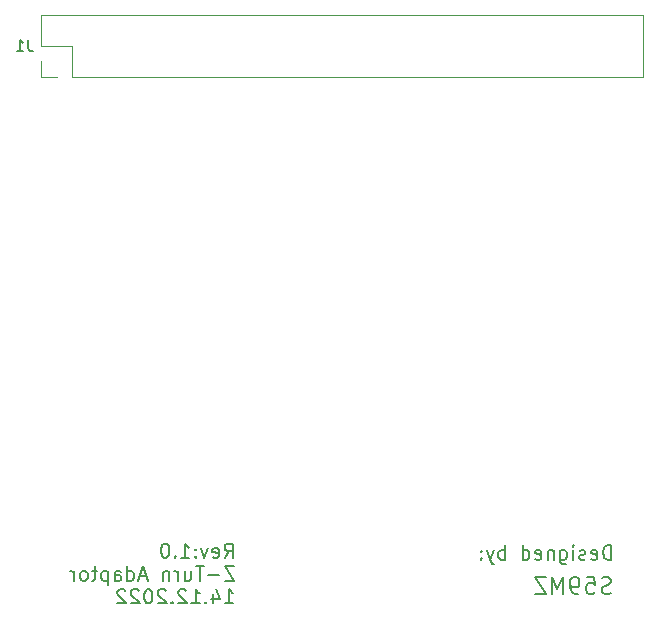
<source format=gbo>
G04 #@! TF.GenerationSoftware,KiCad,Pcbnew,6.0.9-8da3e8f707~116~ubuntu20.04.1*
G04 #@! TF.CreationDate,2022-12-14T15:49:57+01:00*
G04 #@! TF.ProjectId,z_adaptor,7a5f6164-6170-4746-9f72-2e6b69636164,rev?*
G04 #@! TF.SameCoordinates,Original*
G04 #@! TF.FileFunction,Legend,Bot*
G04 #@! TF.FilePolarity,Positive*
%FSLAX46Y46*%
G04 Gerber Fmt 4.6, Leading zero omitted, Abs format (unit mm)*
G04 Created by KiCad (PCBNEW 6.0.9-8da3e8f707~116~ubuntu20.04.1) date 2022-12-14 15:49:57*
%MOMM*%
%LPD*%
G01*
G04 APERTURE LIST*
%ADD10C,0.150000*%
%ADD11C,0.120000*%
%ADD12R,1.700000X1.700000*%
%ADD13O,1.700000X1.700000*%
%ADD14C,2.500000*%
G04 APERTURE END LIST*
D10*
X128471071Y-87764857D02*
X128871071Y-87193428D01*
X129156785Y-87764857D02*
X129156785Y-86564857D01*
X128699642Y-86564857D01*
X128585357Y-86622000D01*
X128528214Y-86679142D01*
X128471071Y-86793428D01*
X128471071Y-86964857D01*
X128528214Y-87079142D01*
X128585357Y-87136285D01*
X128699642Y-87193428D01*
X129156785Y-87193428D01*
X127499642Y-87707714D02*
X127613928Y-87764857D01*
X127842500Y-87764857D01*
X127956785Y-87707714D01*
X128013928Y-87593428D01*
X128013928Y-87136285D01*
X127956785Y-87022000D01*
X127842500Y-86964857D01*
X127613928Y-86964857D01*
X127499642Y-87022000D01*
X127442500Y-87136285D01*
X127442500Y-87250571D01*
X128013928Y-87364857D01*
X127042500Y-86964857D02*
X126756785Y-87764857D01*
X126471071Y-86964857D01*
X126013928Y-87650571D02*
X125956785Y-87707714D01*
X126013928Y-87764857D01*
X126071071Y-87707714D01*
X126013928Y-87650571D01*
X126013928Y-87764857D01*
X126013928Y-87022000D02*
X125956785Y-87079142D01*
X126013928Y-87136285D01*
X126071071Y-87079142D01*
X126013928Y-87022000D01*
X126013928Y-87136285D01*
X124813928Y-87764857D02*
X125499642Y-87764857D01*
X125156785Y-87764857D02*
X125156785Y-86564857D01*
X125271071Y-86736285D01*
X125385357Y-86850571D01*
X125499642Y-86907714D01*
X124299642Y-87650571D02*
X124242500Y-87707714D01*
X124299642Y-87764857D01*
X124356785Y-87707714D01*
X124299642Y-87650571D01*
X124299642Y-87764857D01*
X123499642Y-86564857D02*
X123385357Y-86564857D01*
X123271071Y-86622000D01*
X123213928Y-86679142D01*
X123156785Y-86793428D01*
X123099642Y-87022000D01*
X123099642Y-87307714D01*
X123156785Y-87536285D01*
X123213928Y-87650571D01*
X123271071Y-87707714D01*
X123385357Y-87764857D01*
X123499642Y-87764857D01*
X123613928Y-87707714D01*
X123671071Y-87650571D01*
X123728214Y-87536285D01*
X123785357Y-87307714D01*
X123785357Y-87022000D01*
X123728214Y-86793428D01*
X123671071Y-86679142D01*
X123613928Y-86622000D01*
X123499642Y-86564857D01*
X129271071Y-88496857D02*
X128471071Y-88496857D01*
X129271071Y-89696857D01*
X128471071Y-89696857D01*
X128013928Y-89239714D02*
X127099642Y-89239714D01*
X126699642Y-88496857D02*
X126013928Y-88496857D01*
X126356785Y-89696857D02*
X126356785Y-88496857D01*
X125099642Y-88896857D02*
X125099642Y-89696857D01*
X125613928Y-88896857D02*
X125613928Y-89525428D01*
X125556785Y-89639714D01*
X125442500Y-89696857D01*
X125271071Y-89696857D01*
X125156785Y-89639714D01*
X125099642Y-89582571D01*
X124528214Y-89696857D02*
X124528214Y-88896857D01*
X124528214Y-89125428D02*
X124471071Y-89011142D01*
X124413928Y-88954000D01*
X124299642Y-88896857D01*
X124185357Y-88896857D01*
X123785357Y-88896857D02*
X123785357Y-89696857D01*
X123785357Y-89011142D02*
X123728214Y-88954000D01*
X123613928Y-88896857D01*
X123442500Y-88896857D01*
X123328214Y-88954000D01*
X123271071Y-89068285D01*
X123271071Y-89696857D01*
X121842500Y-89354000D02*
X121271071Y-89354000D01*
X121956785Y-89696857D02*
X121556785Y-88496857D01*
X121156785Y-89696857D01*
X120242500Y-89696857D02*
X120242500Y-88496857D01*
X120242500Y-89639714D02*
X120356785Y-89696857D01*
X120585357Y-89696857D01*
X120699642Y-89639714D01*
X120756785Y-89582571D01*
X120813928Y-89468285D01*
X120813928Y-89125428D01*
X120756785Y-89011142D01*
X120699642Y-88954000D01*
X120585357Y-88896857D01*
X120356785Y-88896857D01*
X120242500Y-88954000D01*
X119156785Y-89696857D02*
X119156785Y-89068285D01*
X119213928Y-88954000D01*
X119328214Y-88896857D01*
X119556785Y-88896857D01*
X119671071Y-88954000D01*
X119156785Y-89639714D02*
X119271071Y-89696857D01*
X119556785Y-89696857D01*
X119671071Y-89639714D01*
X119728214Y-89525428D01*
X119728214Y-89411142D01*
X119671071Y-89296857D01*
X119556785Y-89239714D01*
X119271071Y-89239714D01*
X119156785Y-89182571D01*
X118585357Y-88896857D02*
X118585357Y-90096857D01*
X118585357Y-88954000D02*
X118471071Y-88896857D01*
X118242500Y-88896857D01*
X118128214Y-88954000D01*
X118071071Y-89011142D01*
X118013928Y-89125428D01*
X118013928Y-89468285D01*
X118071071Y-89582571D01*
X118128214Y-89639714D01*
X118242500Y-89696857D01*
X118471071Y-89696857D01*
X118585357Y-89639714D01*
X117671071Y-88896857D02*
X117213928Y-88896857D01*
X117499642Y-88496857D02*
X117499642Y-89525428D01*
X117442500Y-89639714D01*
X117328214Y-89696857D01*
X117213928Y-89696857D01*
X116642500Y-89696857D02*
X116756785Y-89639714D01*
X116813928Y-89582571D01*
X116871071Y-89468285D01*
X116871071Y-89125428D01*
X116813928Y-89011142D01*
X116756785Y-88954000D01*
X116642500Y-88896857D01*
X116471071Y-88896857D01*
X116356785Y-88954000D01*
X116299642Y-89011142D01*
X116242500Y-89125428D01*
X116242500Y-89468285D01*
X116299642Y-89582571D01*
X116356785Y-89639714D01*
X116471071Y-89696857D01*
X116642500Y-89696857D01*
X115728214Y-89696857D02*
X115728214Y-88896857D01*
X115728214Y-89125428D02*
X115671071Y-89011142D01*
X115613928Y-88954000D01*
X115499642Y-88896857D01*
X115385357Y-88896857D01*
X128528214Y-91628857D02*
X129213928Y-91628857D01*
X128871071Y-91628857D02*
X128871071Y-90428857D01*
X128985357Y-90600285D01*
X129099642Y-90714571D01*
X129213928Y-90771714D01*
X127499642Y-90828857D02*
X127499642Y-91628857D01*
X127785357Y-90371714D02*
X128071071Y-91228857D01*
X127328214Y-91228857D01*
X126871071Y-91514571D02*
X126813928Y-91571714D01*
X126871071Y-91628857D01*
X126928214Y-91571714D01*
X126871071Y-91514571D01*
X126871071Y-91628857D01*
X125671071Y-91628857D02*
X126356785Y-91628857D01*
X126013928Y-91628857D02*
X126013928Y-90428857D01*
X126128214Y-90600285D01*
X126242500Y-90714571D01*
X126356785Y-90771714D01*
X125213928Y-90543142D02*
X125156785Y-90486000D01*
X125042500Y-90428857D01*
X124756785Y-90428857D01*
X124642500Y-90486000D01*
X124585357Y-90543142D01*
X124528214Y-90657428D01*
X124528214Y-90771714D01*
X124585357Y-90943142D01*
X125271071Y-91628857D01*
X124528214Y-91628857D01*
X124013928Y-91514571D02*
X123956785Y-91571714D01*
X124013928Y-91628857D01*
X124071071Y-91571714D01*
X124013928Y-91514571D01*
X124013928Y-91628857D01*
X123499642Y-90543142D02*
X123442500Y-90486000D01*
X123328214Y-90428857D01*
X123042500Y-90428857D01*
X122928214Y-90486000D01*
X122871071Y-90543142D01*
X122813928Y-90657428D01*
X122813928Y-90771714D01*
X122871071Y-90943142D01*
X123556785Y-91628857D01*
X122813928Y-91628857D01*
X122071071Y-90428857D02*
X121956785Y-90428857D01*
X121842500Y-90486000D01*
X121785357Y-90543142D01*
X121728214Y-90657428D01*
X121671071Y-90886000D01*
X121671071Y-91171714D01*
X121728214Y-91400285D01*
X121785357Y-91514571D01*
X121842500Y-91571714D01*
X121956785Y-91628857D01*
X122071071Y-91628857D01*
X122185357Y-91571714D01*
X122242500Y-91514571D01*
X122299642Y-91400285D01*
X122356785Y-91171714D01*
X122356785Y-90886000D01*
X122299642Y-90657428D01*
X122242500Y-90543142D01*
X122185357Y-90486000D01*
X122071071Y-90428857D01*
X121213928Y-90543142D02*
X121156785Y-90486000D01*
X121042500Y-90428857D01*
X120756785Y-90428857D01*
X120642500Y-90486000D01*
X120585357Y-90543142D01*
X120528214Y-90657428D01*
X120528214Y-90771714D01*
X120585357Y-90943142D01*
X121271071Y-91628857D01*
X120528214Y-91628857D01*
X120071071Y-90543142D02*
X120013928Y-90486000D01*
X119899642Y-90428857D01*
X119613928Y-90428857D01*
X119499642Y-90486000D01*
X119442500Y-90543142D01*
X119385357Y-90657428D01*
X119385357Y-90771714D01*
X119442500Y-90943142D01*
X120128214Y-91628857D01*
X119385357Y-91628857D01*
X161188000Y-90736666D02*
X160988000Y-90803333D01*
X160654666Y-90803333D01*
X160521333Y-90736666D01*
X160454666Y-90670000D01*
X160388000Y-90536666D01*
X160388000Y-90403333D01*
X160454666Y-90270000D01*
X160521333Y-90203333D01*
X160654666Y-90136666D01*
X160921333Y-90070000D01*
X161054666Y-90003333D01*
X161121333Y-89936666D01*
X161188000Y-89803333D01*
X161188000Y-89670000D01*
X161121333Y-89536666D01*
X161054666Y-89470000D01*
X160921333Y-89403333D01*
X160588000Y-89403333D01*
X160388000Y-89470000D01*
X159121333Y-89403333D02*
X159788000Y-89403333D01*
X159854666Y-90070000D01*
X159788000Y-90003333D01*
X159654666Y-89936666D01*
X159321333Y-89936666D01*
X159188000Y-90003333D01*
X159121333Y-90070000D01*
X159054666Y-90203333D01*
X159054666Y-90536666D01*
X159121333Y-90670000D01*
X159188000Y-90736666D01*
X159321333Y-90803333D01*
X159654666Y-90803333D01*
X159788000Y-90736666D01*
X159854666Y-90670000D01*
X158388000Y-90803333D02*
X158121333Y-90803333D01*
X157988000Y-90736666D01*
X157921333Y-90670000D01*
X157788000Y-90470000D01*
X157721333Y-90203333D01*
X157721333Y-89670000D01*
X157788000Y-89536666D01*
X157854666Y-89470000D01*
X157988000Y-89403333D01*
X158254666Y-89403333D01*
X158388000Y-89470000D01*
X158454666Y-89536666D01*
X158521333Y-89670000D01*
X158521333Y-90003333D01*
X158454666Y-90136666D01*
X158388000Y-90203333D01*
X158254666Y-90270000D01*
X157988000Y-90270000D01*
X157854666Y-90203333D01*
X157788000Y-90136666D01*
X157721333Y-90003333D01*
X157121333Y-90803333D02*
X157121333Y-89403333D01*
X156654666Y-90403333D01*
X156188000Y-89403333D01*
X156188000Y-90803333D01*
X155654666Y-89403333D02*
X154721333Y-89403333D01*
X155654666Y-90803333D01*
X154721333Y-90803333D01*
X161187714Y-87918857D02*
X161187714Y-86718857D01*
X160902000Y-86718857D01*
X160730571Y-86776000D01*
X160616285Y-86890285D01*
X160559142Y-87004571D01*
X160502000Y-87233142D01*
X160502000Y-87404571D01*
X160559142Y-87633142D01*
X160616285Y-87747428D01*
X160730571Y-87861714D01*
X160902000Y-87918857D01*
X161187714Y-87918857D01*
X159530571Y-87861714D02*
X159644857Y-87918857D01*
X159873428Y-87918857D01*
X159987714Y-87861714D01*
X160044857Y-87747428D01*
X160044857Y-87290285D01*
X159987714Y-87176000D01*
X159873428Y-87118857D01*
X159644857Y-87118857D01*
X159530571Y-87176000D01*
X159473428Y-87290285D01*
X159473428Y-87404571D01*
X160044857Y-87518857D01*
X159016285Y-87861714D02*
X158902000Y-87918857D01*
X158673428Y-87918857D01*
X158559142Y-87861714D01*
X158502000Y-87747428D01*
X158502000Y-87690285D01*
X158559142Y-87576000D01*
X158673428Y-87518857D01*
X158844857Y-87518857D01*
X158959142Y-87461714D01*
X159016285Y-87347428D01*
X159016285Y-87290285D01*
X158959142Y-87176000D01*
X158844857Y-87118857D01*
X158673428Y-87118857D01*
X158559142Y-87176000D01*
X157987714Y-87918857D02*
X157987714Y-87118857D01*
X157987714Y-86718857D02*
X158044857Y-86776000D01*
X157987714Y-86833142D01*
X157930571Y-86776000D01*
X157987714Y-86718857D01*
X157987714Y-86833142D01*
X156902000Y-87118857D02*
X156902000Y-88090285D01*
X156959142Y-88204571D01*
X157016285Y-88261714D01*
X157130571Y-88318857D01*
X157302000Y-88318857D01*
X157416285Y-88261714D01*
X156902000Y-87861714D02*
X157016285Y-87918857D01*
X157244857Y-87918857D01*
X157359142Y-87861714D01*
X157416285Y-87804571D01*
X157473428Y-87690285D01*
X157473428Y-87347428D01*
X157416285Y-87233142D01*
X157359142Y-87176000D01*
X157244857Y-87118857D01*
X157016285Y-87118857D01*
X156902000Y-87176000D01*
X156330571Y-87118857D02*
X156330571Y-87918857D01*
X156330571Y-87233142D02*
X156273428Y-87176000D01*
X156159142Y-87118857D01*
X155987714Y-87118857D01*
X155873428Y-87176000D01*
X155816285Y-87290285D01*
X155816285Y-87918857D01*
X154787714Y-87861714D02*
X154902000Y-87918857D01*
X155130571Y-87918857D01*
X155244857Y-87861714D01*
X155302000Y-87747428D01*
X155302000Y-87290285D01*
X155244857Y-87176000D01*
X155130571Y-87118857D01*
X154902000Y-87118857D01*
X154787714Y-87176000D01*
X154730571Y-87290285D01*
X154730571Y-87404571D01*
X155302000Y-87518857D01*
X153702000Y-87918857D02*
X153702000Y-86718857D01*
X153702000Y-87861714D02*
X153816285Y-87918857D01*
X154044857Y-87918857D01*
X154159142Y-87861714D01*
X154216285Y-87804571D01*
X154273428Y-87690285D01*
X154273428Y-87347428D01*
X154216285Y-87233142D01*
X154159142Y-87176000D01*
X154044857Y-87118857D01*
X153816285Y-87118857D01*
X153702000Y-87176000D01*
X152216285Y-87918857D02*
X152216285Y-86718857D01*
X152216285Y-87176000D02*
X152102000Y-87118857D01*
X151873428Y-87118857D01*
X151759142Y-87176000D01*
X151702000Y-87233142D01*
X151644857Y-87347428D01*
X151644857Y-87690285D01*
X151702000Y-87804571D01*
X151759142Y-87861714D01*
X151873428Y-87918857D01*
X152102000Y-87918857D01*
X152216285Y-87861714D01*
X151244857Y-87118857D02*
X150959142Y-87918857D01*
X150673428Y-87118857D02*
X150959142Y-87918857D01*
X151073428Y-88204571D01*
X151130571Y-88261714D01*
X151244857Y-88318857D01*
X150216285Y-87804571D02*
X150159142Y-87861714D01*
X150216285Y-87918857D01*
X150273428Y-87861714D01*
X150216285Y-87804571D01*
X150216285Y-87918857D01*
X150216285Y-87176000D02*
X150159142Y-87233142D01*
X150216285Y-87290285D01*
X150273428Y-87233142D01*
X150216285Y-87176000D01*
X150216285Y-87290285D01*
X111863333Y-43902380D02*
X111863333Y-44616666D01*
X111910952Y-44759523D01*
X112006190Y-44854761D01*
X112149047Y-44902380D01*
X112244285Y-44902380D01*
X110863333Y-44902380D02*
X111434761Y-44902380D01*
X111149047Y-44902380D02*
X111149047Y-43902380D01*
X111244285Y-44045238D01*
X111339523Y-44140476D01*
X111434761Y-44188095D01*
D11*
X112970000Y-44450000D02*
X115570000Y-44450000D01*
X112970000Y-41850000D02*
X163890000Y-41850000D01*
X115570000Y-47050000D02*
X163890000Y-47050000D01*
X163890000Y-41850000D02*
X163890000Y-47050000D01*
X112970000Y-45720000D02*
X112970000Y-47050000D01*
X112970000Y-47050000D02*
X114300000Y-47050000D01*
X115570000Y-44450000D02*
X115570000Y-47050000D01*
X112970000Y-41850000D02*
X112970000Y-44450000D01*
%LPC*%
D12*
X162560000Y-73660000D03*
D13*
X162560000Y-76200000D03*
X160020000Y-73660000D03*
X160020000Y-76200000D03*
X157480000Y-73660000D03*
X157480000Y-76200000D03*
X154940000Y-73660000D03*
X154940000Y-76200000D03*
X152400000Y-73660000D03*
X152400000Y-76200000D03*
X149860000Y-73660000D03*
X149860000Y-76200000D03*
X147320000Y-73660000D03*
X147320000Y-76200000D03*
X144780000Y-73660000D03*
X144780000Y-76200000D03*
X142240000Y-73660000D03*
X142240000Y-76200000D03*
X139700000Y-73660000D03*
X139700000Y-76200000D03*
X137160000Y-73660000D03*
X137160000Y-76200000D03*
X134620000Y-73660000D03*
X134620000Y-76200000D03*
X132080000Y-73660000D03*
X132080000Y-76200000D03*
X129540000Y-73660000D03*
X129540000Y-76200000D03*
X127000000Y-73660000D03*
X127000000Y-76200000D03*
X124460000Y-73660000D03*
X124460000Y-76200000D03*
X121920000Y-73660000D03*
X121920000Y-76200000D03*
X119380000Y-73660000D03*
X119380000Y-76200000D03*
D14*
X142240000Y-89535000D03*
D12*
X162560000Y-50800000D03*
D13*
X162560000Y-53340000D03*
X160020000Y-50800000D03*
X160020000Y-53340000D03*
X157480000Y-50800000D03*
X157480000Y-53340000D03*
X154940000Y-50800000D03*
X154940000Y-53340000D03*
X152400000Y-50800000D03*
X152400000Y-53340000D03*
X149860000Y-50800000D03*
X149860000Y-53340000D03*
X147320000Y-50800000D03*
X147320000Y-53340000D03*
X144780000Y-50800000D03*
X144780000Y-53340000D03*
X142240000Y-50800000D03*
X142240000Y-53340000D03*
X139700000Y-50800000D03*
X139700000Y-53340000D03*
X137160000Y-50800000D03*
X137160000Y-53340000D03*
X134620000Y-50800000D03*
X134620000Y-53340000D03*
X132080000Y-50800000D03*
X132080000Y-53340000D03*
X129540000Y-50800000D03*
X129540000Y-53340000D03*
X127000000Y-50800000D03*
X127000000Y-53340000D03*
X124460000Y-50800000D03*
X124460000Y-53340000D03*
X121920000Y-50800000D03*
X121920000Y-53340000D03*
X119380000Y-50800000D03*
X119380000Y-53340000D03*
X116840000Y-50800000D03*
X116840000Y-53340000D03*
X114300000Y-50800000D03*
X114300000Y-53340000D03*
D12*
X147320000Y-81280000D03*
D13*
X147320000Y-83820000D03*
X149860000Y-81280000D03*
X149860000Y-83820000D03*
X152400000Y-81280000D03*
X152400000Y-83820000D03*
X154940000Y-81280000D03*
X154940000Y-83820000D03*
X157480000Y-81280000D03*
X157480000Y-83820000D03*
X160020000Y-81280000D03*
X160020000Y-83820000D03*
D12*
X116840000Y-81280000D03*
D13*
X116840000Y-83820000D03*
X119380000Y-81280000D03*
X119380000Y-83820000D03*
X121920000Y-81280000D03*
X121920000Y-83820000D03*
X124460000Y-81280000D03*
X124460000Y-83820000D03*
X127000000Y-81280000D03*
X127000000Y-83820000D03*
X129540000Y-81280000D03*
X129540000Y-83820000D03*
X132080000Y-81280000D03*
X132080000Y-83820000D03*
X134620000Y-81280000D03*
X134620000Y-83820000D03*
X137160000Y-81280000D03*
X137160000Y-83820000D03*
D12*
X162560000Y-66040000D03*
D13*
X162560000Y-68580000D03*
X160020000Y-66040000D03*
X160020000Y-68580000D03*
X157480000Y-66040000D03*
X157480000Y-68580000D03*
X154940000Y-66040000D03*
X154940000Y-68580000D03*
X152400000Y-66040000D03*
X152400000Y-68580000D03*
X149860000Y-66040000D03*
X149860000Y-68580000D03*
X147320000Y-66040000D03*
X147320000Y-68580000D03*
X144780000Y-66040000D03*
X144780000Y-68580000D03*
X142240000Y-66040000D03*
X142240000Y-68580000D03*
X139700000Y-66040000D03*
X139700000Y-68580000D03*
X137160000Y-66040000D03*
X137160000Y-68580000D03*
X134620000Y-66040000D03*
X134620000Y-68580000D03*
X132080000Y-66040000D03*
X132080000Y-68580000D03*
X129540000Y-66040000D03*
X129540000Y-68580000D03*
X127000000Y-66040000D03*
X127000000Y-68580000D03*
X124460000Y-66040000D03*
X124460000Y-68580000D03*
X121920000Y-66040000D03*
X121920000Y-68580000D03*
D12*
X152400000Y-58420000D03*
D13*
X152400000Y-60960000D03*
X149860000Y-58420000D03*
X149860000Y-60960000D03*
X147320000Y-58420000D03*
X147320000Y-60960000D03*
X144780000Y-58420000D03*
X144780000Y-60960000D03*
X142240000Y-58420000D03*
X142240000Y-60960000D03*
X139700000Y-58420000D03*
X139700000Y-60960000D03*
X137160000Y-58420000D03*
X137160000Y-60960000D03*
X134620000Y-58420000D03*
X134620000Y-60960000D03*
X132080000Y-58420000D03*
X132080000Y-60960000D03*
X129540000Y-58420000D03*
X129540000Y-60960000D03*
X127000000Y-58420000D03*
X127000000Y-60960000D03*
X124460000Y-58420000D03*
X124460000Y-60960000D03*
X121920000Y-58420000D03*
X121920000Y-60960000D03*
X119380000Y-58420000D03*
X119380000Y-60960000D03*
X116840000Y-58420000D03*
X116840000Y-60960000D03*
X114300000Y-58420000D03*
X114300000Y-60960000D03*
D12*
X114300000Y-45720000D03*
D13*
X114300000Y-43180000D03*
X116840000Y-45720000D03*
X116840000Y-43180000D03*
X119380000Y-45720000D03*
X119380000Y-43180000D03*
X121920000Y-45720000D03*
X121920000Y-43180000D03*
X124460000Y-45720000D03*
X124460000Y-43180000D03*
X127000000Y-45720000D03*
X127000000Y-43180000D03*
X129540000Y-45720000D03*
X129540000Y-43180000D03*
X132080000Y-45720000D03*
X132080000Y-43180000D03*
X134620000Y-45720000D03*
X134620000Y-43180000D03*
X137160000Y-45720000D03*
X137160000Y-43180000D03*
X139700000Y-45720000D03*
X139700000Y-43180000D03*
X142240000Y-45720000D03*
X142240000Y-43180000D03*
X144780000Y-45720000D03*
X144780000Y-43180000D03*
X147320000Y-45720000D03*
X147320000Y-43180000D03*
X149860000Y-45720000D03*
X149860000Y-43180000D03*
X152400000Y-45720000D03*
X152400000Y-43180000D03*
X154940000Y-45720000D03*
X154940000Y-43180000D03*
X157480000Y-45720000D03*
X157480000Y-43180000D03*
X160020000Y-45720000D03*
X160020000Y-43180000D03*
X162560000Y-45720000D03*
X162560000Y-43180000D03*
M02*

</source>
